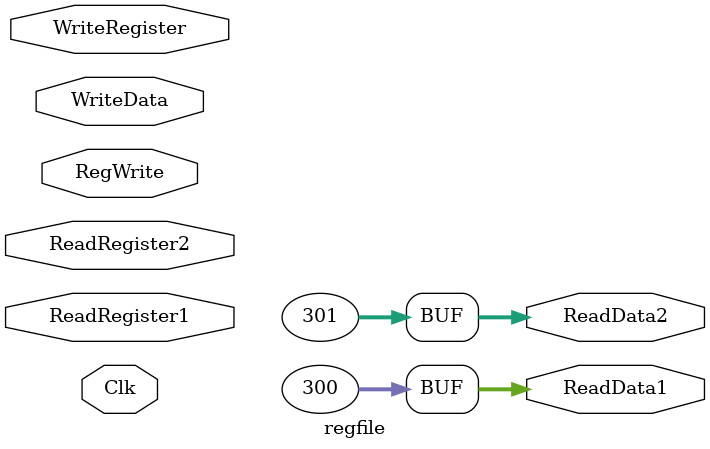
<source format=v>
`include "register32zero.v"
`include "mux32to1by32.v"

module regfile
(
output[31:0]	ReadData1,	// Contents of first register read
output[31:0]	ReadData2,	// Contents of second register read
input[31:0]	WriteData,	// Contents to write to register
input[4:0]	ReadRegister1,	// Address of first register to read
input[4:0]	ReadRegister2,	// Address of second register to read
input[4:0]	WriteRegister,	// Address of register to write
input		RegWrite,	// Enable writing of register when High
input		Clk		// Clock (Positive Edge Triggered)
);

  wire [31:0] decodeout; //output of decoder
  wire [31:0] q[31:0]; //output of registers

  //Decoder (included in mux32to1by32.v file)
  decoder1to32 decoder(decodeout[31:0], RegWrite, WriteRegister[4:0]); //inputs and outputs defined by diagram

  //write data/decoder into 32 bit registers
  register32zero regzero(q[0][31:0],q[1][31:0],q[2][31:0],q[3][31:0],q[4][31:0],q[5][31:0],q[6][31:0],q[7][31:0],q[8][31:0],q[9][31:0],q[10][31:0],q[11][31:0],q[12][31:0],q[13][31:0],q[14][31:0],q[15][31:0],q[16][31:0],q[17][31:0],q[18][31:0],q[19][31:0],q[20][31:0],q[21][31:0],q[22][31:0],q[23][31:0],q[24][31:0],q[25][31:0],q[26][31:0],q[27][31:0],q[28][31:0],q[29][31:0],q[30][31:0],q[31][31:0],WriteData[31:0],decodeout[31:0],clk); //decode out determines which register to pick, write data writes data, q is the output of the selected mux

  //MUX array
  mux32to1by32 mux320(ReadData1,ReadRegister1,q[0][31:0],q[1][31:0],q[2][31:0],q[3][31:0],q[4][31:0],q[5][31:0],q[6][31:0],q[7][31:0],q[8][31:0],q[9][31:0],q[10][31:0],q[11][31:0],q[12][31:0],q[13][31:0],q[14][31:0],q[15][31:0],q[16][31:0],q[17][31:0],q[18][31:0],q[19][31:0],q[20][31:0],q[21][31:0],q[22][31:0],q[23][31:0],q[24][31:0],q[25][31:0],q[26][31:0],q[27][31:0],q[28][31:0],q[29][31:0],q[30][31:0],q[31][31:0]);
  mux32to1by32 mux321(ReadData2,ReadRegister2,q[0][31:0],q[1][31:0],q[2][31:0],q[3][31:0],q[4][31:0],q[5][31:0],q[6][31:0],q[7][31:0],q[8][31:0],q[9][31:0],q[10][31:0],q[11][31:0],q[12][31:0],q[13][31:0],q[14][31:0],q[15][31:0],q[16][31:0],q[17][31:0],q[18][31:0],q[19][31:0],q[20][31:0],q[21][31:0],q[22][31:0],q[23][31:0],q[24][31:0],q[25][31:0],q[26][31:0],q[27][31:0],q[28][31:0],q[29][31:0],q[30][31:0],q[31][31:0]);

  assign ReadData1= 300;
  assign ReadData2=301;
endmodule

</source>
